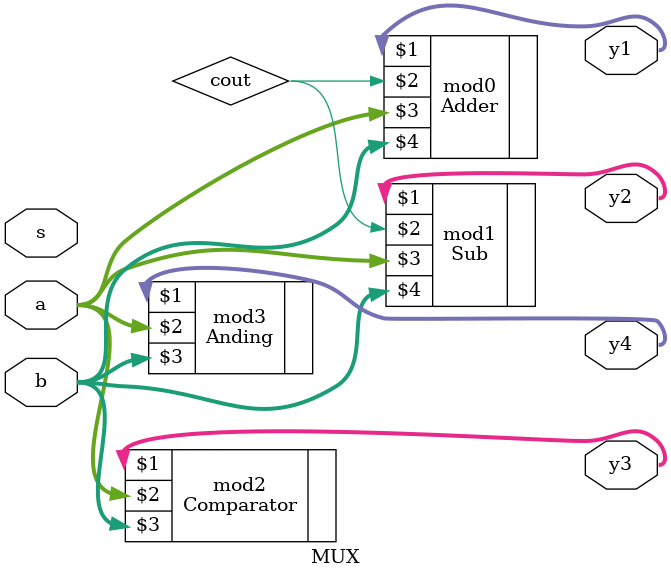
<source format=v>
module MUX(
output [3:0] y1,
output [3:0] y2,
output [3:0] y3,
output [3:0] y4,
input [1:0] s,
input [3:0] a,
input [3:0] b

);
wire cout;
 Adder  mod0 (y1, cout, a, b);
 Sub  mod1 (y2, cout, a, b);
 Comparator  mod2 (y3, a, b);
 Anding  mod3 (y4, a, b);

endmodule
</source>
